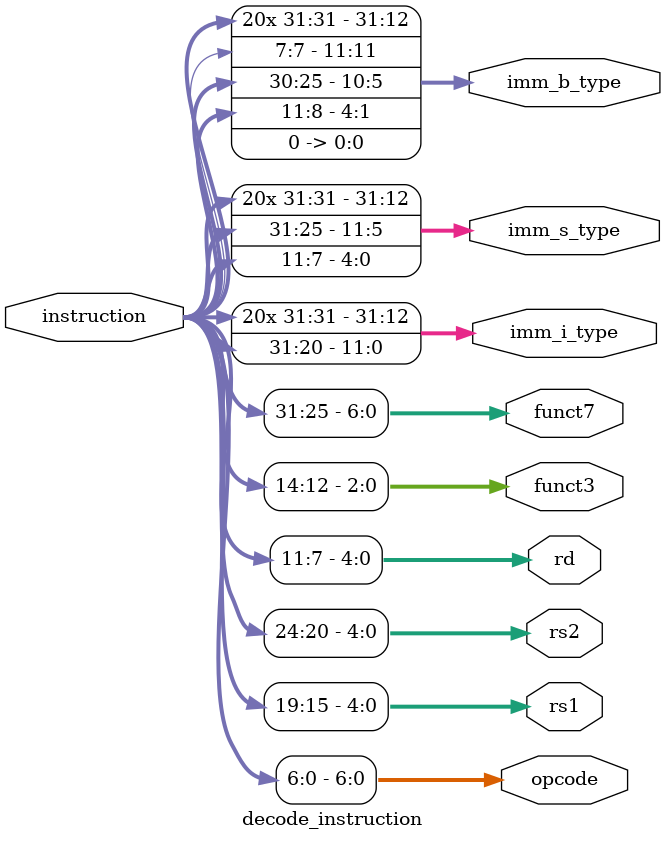
<source format=v>
module decode_instruction(
    input  wire [31:0] instruction,
    output wire [6:0]  opcode,
    output wire [4:0]  rs1,
    output wire [4:0]  rs2,
    output wire [4:0]  rd,
    output wire [2:0] funct3,
    output wire [6:0] funct7,
    output wire [31:0] imm_i_type,
    output wire [31:0] imm_s_type,
    output wire [31:0] imm_b_type
);


assign opcode = instruction[6:0];
assign rd     = instruction[11:7];
assign funct3 = instruction[14:12];
assign rs1    = instruction[19:15];
assign rs2    = instruction[24:20];
assign funct7 = instruction[31:25];

assign imm_i_type = { {20{instruction[31]}}, instruction[31:20] };
assign imm_s_type = { {20{instruction[31]}}, instruction[31:25], instruction[11:7] };
assign imm_b_type = { {19{instruction[31]}},
                      instruction[31],
                      instruction[7],
                      instruction[30:25],
                      instruction[11:8],
                      1'b0 };
endmodule

</source>
